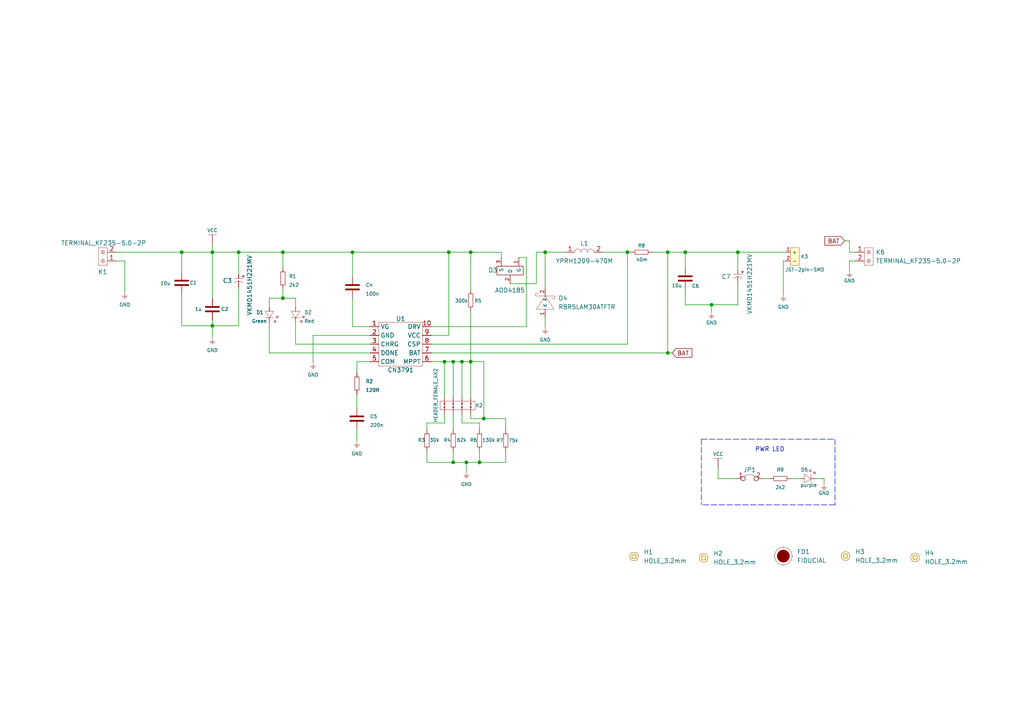
<source format=kicad_sch>
(kicad_sch (version 20211123) (generator eeschema)
  (paper "A4")
  (title_block (title "MPPT Li-Ion CN3791 charger board") (date "12.01.2022") (rev "V1.0.0.") (company "SOLDERED") (comment 1 "333136"))
  (lib_symbols
    (symbol "e-radionica.com schematics:0402LED" (pin_numbers hide) (pin_names (offset 0.254) hide)
      (property "Reference" "D" (at -0.635 2.54 0))
      (property "Value" "0402LED" (at 0 -2.54 0))
      (symbol "0402LED_0_1"
        (polyline (pts (xy -0.635 1.27) (xy 1.27 0)) (stroke (width 0.0006)))
        (polyline (pts (xy 0.635 1.905) (xy 1.27 2.54)) (stroke (width 0.0006)))
        (polyline (pts (xy 1.27 1.27) (xy 1.27 -1.27)) (stroke (width 0.0006)))
        (polyline (pts (xy 1.905 1.27) (xy 2.54 1.905)) (stroke (width 0.0006)))
        (polyline (pts (xy -0.635 1.27) (xy -0.635 -1.27) (xy 1.27 0)) (stroke (width 0.0006)))
        (polyline (pts (xy 1.27 2.54) (xy 0.635 2.54) (xy 1.27 1.905) (xy 1.27 2.54)) (stroke (width 0.0006)))
        (polyline (pts (xy 2.54 1.905) (xy 1.905 1.905) (xy 2.54 1.27) (xy 2.54 1.905)) (stroke (width 0.0006)))
      )
      (symbol "0402LED_1_1"
        (pin passive line (at -1.905 0 0) (length 1.27) (name "A") (number "1"))
        (pin passive line (at 2.54 0 180) (length 1.27) (name "K") (number "2"))
      )
    )
    (symbol "e-radionica.com schematics:0402R" (pin_numbers hide) (pin_names (offset 0.254))
      (property "Reference" "R" (at -1.905 1.27 0))
      (property "Value" "0402R" (at 0 -1.27 0))
      (symbol "0402R_0_1"
        (rectangle (start -1.905 -0.635) (end 1.905 -0.6604) (stroke (width 0.1)))
        (rectangle (start -1.905 0.635) (end -1.8796 -0.635) (stroke (width 0.1)))
        (rectangle (start -1.905 0.635) (end 1.905 0.6096) (stroke (width 0.1)))
        (rectangle (start 1.905 0.635) (end 1.9304 -0.635) (stroke (width 0.1)))
      )
      (symbol "0402R_1_1"
        (pin passive line (at -3.175 0 0) (length 1.27) (name "~") (number "1"))
        (pin passive line (at 3.175 0 180) (length 1.27) (name "~") (number "2"))
      )
    )
    (symbol "e-radionica.com schematics:0603C" (pin_numbers hide) (pin_names (offset 0.002))
      (property "Reference" "C" (at -0.635 3.175 0))
      (property "Value" "0603C" (at 0 -3.175 0))
      (symbol "0603C_0_1"
        (polyline (pts (xy -0.635 1.905) (xy -0.635 -1.905)) (stroke (width 0.5)))
        (polyline (pts (xy 0.635 1.905) (xy 0.635 -1.905)) (stroke (width 0.5)))
      )
      (symbol "0603C_1_1"
        (pin passive line (at -3.175 0 0) (length 2.54) (name "~") (number "1"))
        (pin passive line (at 3.175 0 180) (length 2.54) (name "~") (number "2"))
      )
    )
    (symbol "e-radionica.com schematics:0603R" (pin_numbers hide) (pin_names (offset 0.254))
      (property "Reference" "R" (at -1.905 1.905 0))
      (property "Value" "0603R" (at 0 -1.905 0))
      (symbol "0603R_0_1"
        (rectangle (start -1.905 -0.635) (end 1.905 -0.6604) (stroke (width 0.1)))
        (rectangle (start -1.905 0.635) (end -1.8796 -0.635) (stroke (width 0.1)))
        (rectangle (start -1.905 0.635) (end 1.905 0.6096) (stroke (width 0.1)))
        (rectangle (start 1.905 0.635) (end 1.9304 -0.635) (stroke (width 0.1)))
      )
      (symbol "0603R_1_1"
        (pin passive line (at -3.175 0 0) (length 1.27) (name "~") (number "1"))
        (pin passive line (at 3.175 0 180) (length 1.27) (name "~") (number "2"))
      )
    )
    (symbol "e-radionica.com schematics:1206C" (pin_numbers hide)
      (property "Reference" "C" (at -0.635 3.175 0))
      (property "Value" "1206C" (at 0 -3.175 0))
      (symbol "1206C_0_1"
        (polyline (pts (xy -0.635 1.905) (xy -0.635 -1.905)) (stroke (width 0.5)))
        (polyline (pts (xy 0.635 1.905) (xy 0.635 -1.905)) (stroke (width 0.5)))
      )
      (symbol "1206C_1_1"
        (pin passive line (at -3.175 0 0) (length 2.54) (name "~") (number "1"))
        (pin passive line (at 3.175 0 180) (length 2.54) (name "~") (number "2"))
      )
    )
    (symbol "e-radionica.com schematics:1210R" (pin_numbers hide) (pin_names (offset 0.254))
      (property "Reference" "R" (at 0 1.27 0))
      (property "Value" "1210R" (at 0 -1.905 0))
      (symbol "1210R_0_1"
        (rectangle (start -1.905 -0.635) (end 1.905 -0.6604) (stroke (width 0.1)))
        (rectangle (start -1.905 0.635) (end -1.8796 -0.635) (stroke (width 0.1)))
        (rectangle (start -1.905 0.635) (end 1.905 0.6096) (stroke (width 0.1)))
        (rectangle (start 1.905 0.635) (end 1.9304 -0.635) (stroke (width 0.1)))
      )
      (symbol "1210R_1_1"
        (pin passive line (at -3.175 0 0) (length 1.27) (name "~") (number "1"))
        (pin passive line (at 3.175 0 180) (length 1.27) (name "~") (number "2"))
      )
    )
    (symbol "e-radionica.com schematics:AOD4185"
      (property "Reference" "D" (at 0 5.08 0))
      (property "Value" "AOD4185" (at 0 -5.08 0))
      (symbol "AOD4185_0_1"
        (rectangle (start -1.27 3.81) (end 1.27 -3.81) (stroke (width 0.1524)))
      )
      (symbol "AOD4185_1_1"
        (pin passive line (at -3.81 2.54 0) (length 2.54) (name "G") (number "1"))
        (pin passive line (at 3.81 0 180) (length 2.54) (name "D") (number "2"))
        (pin passive line (at -3.81 -2.54 0) (length 2.54) (name "S") (number "3"))
      )
    )
    (symbol "e-radionica.com schematics:CN3791"
      (property "Reference" "U" (at 0 7.62 0))
      (property "Value" "CN3791" (at 0 -7.62 0))
      (symbol "CN3791_0_1"
        (rectangle (start -7.62 5.08) (end -7.62 5.08) (stroke (width 0.0006)))
        (rectangle (start -6.35 6.35) (end 6.35 -6.35) (stroke (width 0.0006)))
      )
      (symbol "CN3791_1_1"
        (pin input line (at -8.89 5.08 0) (length 2.54) (name "VG") (number "1"))
        (pin input line (at 8.89 5.08 180) (length 2.54) (name "DRV") (number "10"))
        (pin input line (at -8.89 2.54 0) (length 2.54) (name "GND") (number "2"))
        (pin input line (at -8.89 0 0) (length 2.54) (name "CHRG") (number "3"))
        (pin input line (at -8.89 -2.54 0) (length 2.54) (name "DONE") (number "4"))
        (pin input line (at -8.89 -5.08 0) (length 2.54) (name "COM") (number "5"))
        (pin input line (at 8.89 -5.08 180) (length 2.54) (name "MPPT") (number "6"))
        (pin input line (at 8.89 -2.54 180) (length 2.54) (name "BAT") (number "7"))
        (pin input line (at 8.89 0 180) (length 2.54) (name "CSP") (number "8"))
        (pin input line (at 8.89 2.54 180) (length 2.54) (name "VCC") (number "9"))
      )
    )
    (symbol "e-radionica.com schematics:ELECTROLITIC_CAP_8x8x14.5" (pin_numbers hide) (pin_names hide)
      (property "Reference" "C" (at -1.27 2.54 0))
      (property "Value" "ELECTROLITIC_CAP_8x8x14.5" (at 0 -2.54 0))
      (symbol "ELECTROLITIC_CAP_8x8x14.5_0_0"
        (text "+" (at -1.905 1.27 0) (effects (font (size 1 1))))
      )
      (symbol "ELECTROLITIC_CAP_8x8x14.5_0_1"
        (polyline (pts (xy -1.27 -1.27) (xy -1.27 1.27)) (stroke (width 0.0006)))
        (arc (start -0.0001 1.27) (mid -0.5261 0) (end -0.0001 -1.27) (stroke (width 0.0006)))
      )
      (symbol "ELECTROLITIC_CAP_8x8x14.5_1_1"
        (pin input line (at -2.54 0 0) (length 1.27) (name "+") (number "1"))
        (pin input line (at 1.27 0 180) (length 1.8) (name "-") (number "2"))
      )
    )
    (symbol "e-radionica.com schematics:FIDUCIAL" (in_bom no)
      (property "Reference" "FD" (at 0 3.81 0))
      (property "Value" "FIDUCIAL" (at 0 -3.81 0))
      (symbol "FIDUCIAL_0_1"
        (polyline (pts (xy -2.54 0) (xy -2.794 0)) (stroke (width 0.0006)))
        (polyline (pts (xy 0 -2.54) (xy 0 -2.794)) (stroke (width 0.0006)))
        (polyline (pts (xy 0 2.54) (xy 0 2.794)) (stroke (width 0.0006)))
        (polyline (pts (xy 2.54 0) (xy 2.794 0)) (stroke (width 0.0006)))
        (circle (center 0 0) (radius 1.7961) (stroke (width 0.001)) (fill (type outline)))
        (circle (center 0 0) (radius 2.54) (stroke (width 0.0006)))
      )
    )
    (symbol "e-radionica.com schematics:GND" (power) (pin_names (offset 0))
      (property "Value" "GND" (at 0 -2.921 0))
      (symbol "GND_0_1"
        (polyline (pts (xy -0.762 -1.27) (xy 0.762 -1.27)) (stroke (width 0.0006)))
        (polyline (pts (xy -0.635 -1.524) (xy 0.635 -1.524)) (stroke (width 0.0006)))
        (polyline (pts (xy -0.381 -1.778) (xy 0.381 -1.778)) (stroke (width 0.0006)))
        (polyline (pts (xy -0.127 -2.032) (xy 0.127 -2.032)) (stroke (width 0.0006)))
        (polyline (pts (xy 0 0) (xy 0 -1.27)) (stroke (width 0.0006)))
      )
      (symbol "GND_1_1"
        (pin power_in line (at 0 0 270) (length 0) hide (name "GND") (number "1"))
      )
    )
    (symbol "e-radionica.com schematics:GND_3" (power) (pin_names (offset 0))
      (property "Value" "GND" (at 0 -2.921 0))
      (symbol "GND_3_0_1"
        (polyline (pts (xy -0.762 -1.27) (xy 0.762 -1.27)) (stroke (width 0.0006)))
        (polyline (pts (xy -0.635 -1.524) (xy 0.635 -1.524)) (stroke (width 0.0006)))
        (polyline (pts (xy -0.381 -1.778) (xy 0.381 -1.778)) (stroke (width 0.0006)))
        (polyline (pts (xy -0.127 -2.032) (xy 0.127 -2.032)) (stroke (width 0.0006)))
        (polyline (pts (xy 0 0) (xy 0 -1.27)) (stroke (width 0.0006)))
      )
      (symbol "GND_3_1_1"
        (pin power_in line (at 0 0 270) (length 0) hide (name "GND") (number "1"))
      )
    )
    (symbol "e-radionica.com schematics:HEADER_FEMALE_4X2" (pin_numbers hide) (pin_names hide)
      (property "Reference" "K" (at -0.635 7.62 0))
      (property "Value" "HEADER_FEMALE_4X2" (at 0 -5.08 0))
      (symbol "HEADER_FEMALE_4X2_0_1"
        (rectangle (start -1.27 6.35) (end 1.27 -3.81) (stroke (width 0.0006)))
        (polyline (pts (xy -1.27 -2.54) (xy -0.635 -2.54)) (stroke (width 0.0006)))
        (polyline (pts (xy -1.27 0) (xy -0.635 0)) (stroke (width 0.0006)))
        (polyline (pts (xy -1.27 2.54) (xy -0.635 2.54)) (stroke (width 0.0006)))
        (polyline (pts (xy -1.27 5.08) (xy -0.635 5.08)) (stroke (width 0.0006)))
        (polyline (pts (xy -0.762 -2.54) (xy -0.254 -2.54)) (stroke (width 0.3)))
        (polyline (pts (xy -0.762 0) (xy -0.254 0)) (stroke (width 0.3)))
        (polyline (pts (xy -0.762 2.54) (xy -0.254 2.54)) (stroke (width 0.3)))
        (polyline (pts (xy -0.762 5.08) (xy -0.254 5.08)) (stroke (width 0.3)))
        (polyline (pts (xy 0.254 -2.54) (xy 0.762 -2.54)) (stroke (width 0.3)))
        (polyline (pts (xy 0.254 0) (xy 0.762 0)) (stroke (width 0.3)))
        (polyline (pts (xy 0.254 2.54) (xy 0.762 2.54)) (stroke (width 0.3)))
        (polyline (pts (xy 0.254 5.08) (xy 0.762 5.08)) (stroke (width 0.3)))
        (polyline (pts (xy 1.27 -2.54) (xy 0.635 -2.54)) (stroke (width 0.0006)))
        (polyline (pts (xy 1.27 0) (xy 0.635 0)) (stroke (width 0.0006)))
        (polyline (pts (xy 1.27 2.54) (xy 0.635 2.54)) (stroke (width 0.0006)))
        (polyline (pts (xy 1.27 5.08) (xy 0.635 5.08)) (stroke (width 0.0006)))
      )
      (symbol "HEADER_FEMALE_4X2_1_1"
        (pin passive line (at -2.54 5.08 0) (length 1.27) (name "~") (number "1"))
        (pin passive line (at -2.54 2.54 0) (length 1.27) (name "~") (number "2"))
        (pin passive line (at -2.54 0 0) (length 1.27) (name "~") (number "3"))
        (pin passive line (at -2.54 -2.54 0) (length 1.27) (name "~") (number "4"))
        (pin passive line (at 2.54 -2.54 180) (length 1.27) (name "~") (number "5"))
        (pin passive line (at 2.54 0 180) (length 1.27) (name "~") (number "6"))
        (pin passive line (at 2.54 2.54 180) (length 1.27) (name "~") (number "7"))
        (pin passive line (at 2.54 5.08 180) (length 1.27) (name "~") (number "8"))
      )
    )
    (symbol "e-radionica.com schematics:HOLE_3.2mm" (pin_numbers hide) (pin_names hide)
      (property "Reference" "H" (at 0 2.54 0))
      (property "Value" "HOLE_3.2mm" (at 0 -2.54 0))
      (symbol "HOLE_3.2mm_0_1"
        (circle (center 0 0) (radius 0.635) (stroke (width 0.0006)))
        (circle (center 0 0) (radius 1.27) (stroke (width 0.001)) (fill (type background)))
      )
    )
    (symbol "e-radionica.com schematics:JST-2pin-SMD"
      (property "Reference" "K" (at -1.27 5.08 0))
      (property "Value" "JST-2pin-SMD" (at 0 -2.54 0))
      (symbol "JST-2pin-SMD_0_1"
        (rectangle (start -2.54 3.81) (end 0 -1.27) (stroke (width 0.001)) (fill (type background)))
      )
      (symbol "JST-2pin-SMD_1_1"
        (pin passive line (at 1.27 0 180) (length 1.27) (name "+") (number "1"))
        (pin passive line (at 1.27 2.54 180) (length 1.27) (name "-") (number "2"))
      )
    )
    (symbol "e-radionica.com schematics:RBR5LAM30ATFTR"
      (property "Reference" "D" (at 0 -3.81 0))
      (property "Value" "RBR5LAM30ATFTR" (at 0 -3.81 0))
      (symbol "RBR5LAM30ATFTR_0_1"
        (polyline (pts (xy -1.27 2.54) (xy -1.27 -2.54) (xy 2.54 0) (xy -1.27 2.54)) (stroke (width 0.0006)))
        (polyline (pts (xy 2.54 2.794) (xy 2.54 -2.794) (xy 1.778 -2.794) (xy 1.778 -2.032)) (stroke (width 0.0006)))
        (polyline (pts (xy 2.54 2.794) (xy 3.302 2.794) (xy 3.302 2.032) (xy 3.302 2.54)) (stroke (width 0.0006)))
      )
      (symbol "RBR5LAM30ATFTR_1_1"
        (pin passive line (at -3.81 0 0) (length 2.54) (name "K") (number "1"))
        (pin passive line (at 5.08 0 180) (length 2.54) (name "A") (number "2"))
      )
    )
    (symbol "e-radionica.com schematics:SMD-JUMPER-CONNECTED_TRACE_SLODERMASK"
      (property "Reference" "JP" (at 0 3.556 0))
      (property "Value" "SMD-JUMPER-CONNECTED_TRACE_SLODERMASK" (at 0 -2.54 0))
      (symbol "SMD-JUMPER-CONNECTED_TRACE_SLODERMASK_0_1"
        (arc (start 1.5845 0.5996) (mid -0.0202 1.1519) (end -1.6159 0.5742) (stroke (width 0.0006)))
      )
      (symbol "SMD-JUMPER-CONNECTED_TRACE_SLODERMASK_1_1"
        (pin passive inverted (at -3.81 0 0) (length 2.54) (name "") (number "1"))
        (pin passive inverted (at 3.81 0 180) (length 2.54) (name "") (number "2"))
      )
    )
    (symbol "e-radionica.com schematics:TERMINAL_KF235-5.0-2P"
      (property "Reference" "K" (at 0 3.81 0))
      (property "Value" "TERMINAL_KF235-5.0-2P" (at 0 -3.81 0))
      (symbol "TERMINAL_KF235-5.0-2P_0_1"
        (rectangle (start -1.27 2.54) (end 1.27 -2.54) (stroke (width 0.0006)))
        (circle (center 0 -1.27) (radius 0.508) (stroke (width 0.0006)))
        (polyline (pts (xy -0.254 -1.27) (xy 0.254 -1.27)) (stroke (width 0.0006)))
        (polyline (pts (xy -0.254 1.27) (xy 0.254 1.27)) (stroke (width 0.0006)))
        (polyline (pts (xy 0 -0.762) (xy 0 -1.778)) (stroke (width 0.0006)))
        (polyline (pts (xy 0 1.778) (xy 0 0.762)) (stroke (width 0.0006)))
        (circle (center 0 1.27) (radius 0.508) (stroke (width 0.0006)))
      )
      (symbol "TERMINAL_KF235-5.0-2P_1_1"
        (pin input line (at -3.81 1.27 0) (length 2.54) (name "~") (number "1"))
        (pin input line (at -3.81 -1.27 0) (length 2.54) (name "~") (number "2"))
      )
    )
    (symbol "e-radionica.com schematics:VCC" (power) (pin_names (offset 0))
      (property "Value" "VCC" (at 0 3.556 0))
      (symbol "VCC_0_1"
        (polyline (pts (xy -1.27 2.54) (xy 1.27 2.54)) (stroke (width 0.0006)))
        (polyline (pts (xy 0 0) (xy 0 2.54)))
      )
      (symbol "VCC_1_1"
        (pin power_in line (at 0 0 90) (length 0) hide (name "VCC") (number "1"))
      )
    )
    (symbol "e-radionica.com schematics:YPRH1209-470M"
      (property "Reference" "L" (at 0 2.159 0))
      (property "Value" "YPRH1209-470M" (at 0 -1.778 0))
      (symbol "YPRH1209-470M_0_1"
        (arc (start -1.016 0) (mid -1.9685 0.9388) (end -2.921 0) (stroke (width 0.0006)))
        (arc (start 0.889 0) (mid -0.0635 0.9388) (end -1.016 0) (stroke (width 0.0006)))
        (arc (start 2.794 0) (mid 1.8415 0.9388) (end 0.889 0) (stroke (width 0.0006)))
      )
      (symbol "YPRH1209-470M_1_1"
        (pin passive line (at -5.461 0 0) (length 2.54) (name "") (number "1"))
        (pin passive line (at 5.334 0 180) (length 2.54) (name "") (number "2"))
      )
    )
  )
  (junction (at 102.235 73.152) (diameter 0.9144))
  (junction (at 139.065 134.112) (diameter 0.9144))
  (junction (at 198.755 73.152) (diameter 0.9144))
  (junction (at 131.445 134.112) (diameter 0.9144))
  (junction (at 133.985 104.902) (diameter 0.9144))
  (junction (at 128.905 104.902) (diameter 0.9144))
  (junction (at 135.255 134.112) (diameter 0.9144))
  (junction (at 213.995 73.152) (diameter 0.9144))
  (junction (at 61.595 94.488) (diameter 0.9144))
  (junction (at 136.525 104.902) (diameter 0.9144))
  (junction (at 181.991 73.152) (diameter 0.9144))
  (junction (at 69.215 73.152) (diameter 0.9144))
  (junction (at 158.115 73.152) (diameter 0.9144))
  (junction (at 136.525 73.152) (diameter 0.9144))
  (junction (at 206.375 88.392) (diameter 0.9144))
  (junction (at 82.042 73.152) (diameter 0.9144))
  (junction (at 140.335 121.412) (diameter 0.9144))
  (junction (at 193.675 102.362) (diameter 0.9144))
  (junction (at 130.175 73.152) (diameter 0.9144))
  (junction (at 52.705 73.152) (diameter 0.9144))
  (junction (at 193.675 73.152) (diameter 0.9144))
  (junction (at 61.595 73.152) (diameter 0.9144))
  (junction (at 82.042 86.487) (diameter 0.9144))
  (junction (at 131.445 104.902) (diameter 0.9144))
  (wire (pts (xy 82.042 73.152) (xy 82.042 77.597)))
  (wire (pts (xy 103.505 104.902) (xy 107.315 104.902)))
  (wire (pts (xy 103.505 108.077) (xy 103.505 104.902)))
  (wire (pts (xy 61.595 73.152) (xy 52.705 73.152)))
  (wire (pts (xy 61.595 86.487) (xy 61.595 73.152)))
  (wire (pts (xy 131.445 104.902) (xy 131.445 115.062)))
  (wire (pts (xy 78.105 102.362) (xy 78.105 93.472)))
  (wire (pts (xy 107.315 102.362) (xy 78.105 102.362)))
  (wire (pts (xy 193.675 73.152) (xy 189.23 73.152)))
  (wire (pts (xy 198.755 73.152) (xy 193.675 73.152)))
  (wire (pts (xy 198.755 77.597) (xy 198.755 73.152)))
  (wire (pts (xy 128.905 104.902) (xy 128.905 115.062)))
  (wire (pts (xy 69.215 83.312) (xy 69.215 94.488)))
  (wire (pts (xy 131.445 120.142) (xy 131.445 124.587)))
  (wire (pts (xy 146.685 130.937) (xy 146.685 134.112)))
  (wire (pts (xy 146.685 134.112) (xy 139.065 134.112)))
  (wire (pts (xy 125.095 99.822) (xy 181.991 99.822)))
  (wire (pts (xy 181.991 99.822) (xy 181.991 73.152)))
  (wire (pts (xy 125.095 102.362) (xy 193.675 102.362)))
  (wire (pts (xy 193.675 73.152) (xy 193.675 102.362)))
  (wire (pts (xy 136.525 73.152) (xy 130.175 73.152)))
  (wire (pts (xy 136.525 83.947) (xy 136.525 73.152)))
  (wire (pts (xy 239.014 138.811) (xy 236.474 138.811)))
  (wire (pts (xy 244.983 69.85) (xy 246.38 69.85)))
  (wire (pts (xy 133.985 122.682) (xy 133.985 120.142)))
  (wire (pts (xy 139.065 122.682) (xy 133.985 122.682)))
  (wire (pts (xy 139.065 124.587) (xy 139.065 122.682)))
  (wire (pts (xy 246.38 69.85) (xy 246.38 73.152)))
  (wire (pts (xy 85.725 99.822) (xy 85.725 93.472)))
  (wire (pts (xy 107.315 99.822) (xy 85.725 99.822)))
  (polyline (pts (xy 203.454 127.381) (xy 242.189 127.381)) (stroke (width 0) (type dash)))
  (wire (pts (xy 136.525 104.902) (xy 136.525 115.062)))
  (wire (pts (xy 174.879 73.152) (xy 181.991 73.152)))
  (wire (pts (xy 181.991 73.152) (xy 182.88 73.152)))
  (wire (pts (xy 102.235 80.137) (xy 102.235 73.152)))
  (wire (pts (xy 123.825 122.682) (xy 123.825 124.587)))
  (wire (pts (xy 128.905 120.142) (xy 128.905 122.682)))
  (wire (pts (xy 128.905 122.682) (xy 123.825 122.682)))
  (wire (pts (xy 246.38 75.692) (xy 248.158 75.692)))
  (wire (pts (xy 246.38 78.359) (xy 246.38 75.692)))
  (wire (pts (xy 125.095 104.902) (xy 128.905 104.902)))
  (wire (pts (xy 128.905 104.902) (xy 131.445 104.902)))
  (wire (pts (xy 131.445 104.902) (xy 133.985 104.902)))
  (wire (pts (xy 133.985 104.902) (xy 136.525 104.902)))
  (wire (pts (xy 136.525 104.902) (xy 140.335 104.902)))
  (wire (pts (xy 136.525 121.412) (xy 136.525 120.142)))
  (wire (pts (xy 140.335 104.902) (xy 140.335 121.412)))
  (wire (pts (xy 140.335 121.412) (xy 136.525 121.412)))
  (wire (pts (xy 135.255 134.112) (xy 135.255 136.652)))
  (wire (pts (xy 147.955 82.296) (xy 155.575 82.296)))
  (wire (pts (xy 246.38 73.152) (xy 248.158 73.152)))
  (wire (pts (xy 103.505 114.427) (xy 103.505 118.237)))
  (wire (pts (xy 90.805 97.282) (xy 90.805 104.902)))
  (wire (pts (xy 107.315 97.282) (xy 90.805 97.282)))
  (wire (pts (xy 208.28 138.811) (xy 208.28 135.509)))
  (wire (pts (xy 208.28 138.811) (xy 213.614 138.811)))
  (wire (pts (xy 158.115 92.202) (xy 158.115 94.742)))
  (wire (pts (xy 158.115 73.152) (xy 164.084 73.152)))
  (wire (pts (xy 158.115 83.312) (xy 158.115 73.152)))
  (wire (pts (xy 227.203 75.692) (xy 227.203 85.217)))
  (wire (pts (xy 227.203 75.692) (xy 227.965 75.692)))
  (wire (pts (xy 52.705 94.488) (xy 61.595 94.488)))
  (wire (pts (xy 139.065 130.937) (xy 139.065 134.112)))
  (wire (pts (xy 103.505 124.587) (xy 103.505 127.762)))
  (wire (pts (xy 78.105 86.487) (xy 82.042 86.487)))
  (wire (pts (xy 78.105 89.027) (xy 78.105 86.487)))
  (wire (pts (xy 82.042 86.487) (xy 85.725 86.487)))
  (wire (pts (xy 102.235 94.742) (xy 102.235 86.487)))
  (wire (pts (xy 107.315 94.742) (xy 102.235 94.742)))
  (wire (pts (xy 213.995 73.152) (xy 198.755 73.152)))
  (wire (pts (xy 213.995 78.232) (xy 213.995 73.152)))
  (wire (pts (xy 52.705 73.152) (xy 33.655 73.152)))
  (wire (pts (xy 52.705 78.867) (xy 52.705 73.152)))
  (wire (pts (xy 229.489 138.811) (xy 232.029 138.811)))
  (wire (pts (xy 69.215 94.488) (xy 61.595 94.488)))
  (wire (pts (xy 69.215 73.152) (xy 61.595 73.152)))
  (wire (pts (xy 69.215 79.502) (xy 69.215 73.152)))
  (wire (pts (xy 198.755 83.947) (xy 198.755 88.392)))
  (wire (pts (xy 131.445 130.937) (xy 131.445 134.112)))
  (wire (pts (xy 155.575 73.152) (xy 158.115 73.152)))
  (wire (pts (xy 155.575 82.296) (xy 155.575 73.152)))
  (wire (pts (xy 145.415 73.152) (xy 136.525 73.152)))
  (wire (pts (xy 193.675 102.362) (xy 194.945 102.362)))
  (polyline (pts (xy 242.189 146.431) (xy 203.454 146.431)) (stroke (width 0) (type dash)))
  (polyline (pts (xy 203.454 127.381) (xy 203.454 146.431)) (stroke (width 0) (type dash)))
  (wire (pts (xy 133.985 104.902) (xy 133.985 115.062)))
  (wire (pts (xy 82.042 83.947) (xy 82.042 86.487)))
  (wire (pts (xy 33.655 75.692) (xy 36.195 75.692)))
  (wire (pts (xy 36.195 75.692) (xy 36.195 84.582)))
  (wire (pts (xy 125.095 94.742) (xy 152.654 94.742)))
  (wire (pts (xy 198.755 88.392) (xy 206.375 88.392)))
  (wire (pts (xy 206.375 88.392) (xy 213.995 88.392)))
  (wire (pts (xy 213.995 88.392) (xy 213.995 82.042)))
  (wire (pts (xy 206.375 88.392) (xy 206.375 90.297)))
  (polyline (pts (xy 242.189 127.381) (xy 242.189 146.431)) (stroke (width 0) (type dash)))
  (wire (pts (xy 69.215 73.152) (xy 82.042 73.152)))
  (wire (pts (xy 82.042 73.152) (xy 102.235 73.152)))
  (wire (pts (xy 52.705 85.217) (xy 52.705 94.488)))
  (wire (pts (xy 61.595 92.837) (xy 61.595 94.488)))
  (wire (pts (xy 61.595 94.488) (xy 61.595 97.79)))
  (wire (pts (xy 125.095 97.282) (xy 130.175 97.282)))
  (wire (pts (xy 130.175 73.152) (xy 102.235 73.152)))
  (wire (pts (xy 130.175 97.282) (xy 130.175 73.152)))
  (wire (pts (xy 145.415 73.152) (xy 145.415 74.676)))
  (wire (pts (xy 123.825 130.937) (xy 123.825 134.112)))
  (wire (pts (xy 123.825 134.112) (xy 131.445 134.112)))
  (wire (pts (xy 131.445 134.112) (xy 135.255 134.112)))
  (wire (pts (xy 135.255 134.112) (xy 139.065 134.112)))
  (wire (pts (xy 61.595 70.612) (xy 61.595 73.152)))
  (wire (pts (xy 213.995 73.152) (xy 227.965 73.152)))
  (wire (pts (xy 136.525 90.297) (xy 136.525 104.902)))
  (wire (pts (xy 239.014 138.811) (xy 239.014 140.081)))
  (wire (pts (xy 221.234 138.811) (xy 223.139 138.811)))
  (wire (pts (xy 150.495 74.676) (xy 152.654 74.676)))
  (wire (pts (xy 152.654 74.676) (xy 152.654 94.742)))
  (wire (pts (xy 85.725 89.027) (xy 85.725 86.487)))
  (wire (pts (xy 146.685 121.412) (xy 140.335 121.412)))
  (wire (pts (xy 146.685 124.587) (xy 146.685 121.412)))
  (text "PWR LED" (at 227.584 131.191 180) (effects (font (size 1.27 1.27)) (justify right bottom)))
  (global_label "BAT" (shape input) (at 244.983 69.85 180) (property "Intersheet References" "${INTERSHEET_REFS}" (effects hide)))
  (global_label "BAT" (shape input) (at 194.945 102.362 0) (property "Intersheet References" "${INTERSHEET_REFS}" (effects hide)))
  (symbol (lib_id "e-radionica.com schematics:HOLE_3.2mm") (at 183.896 161.417 0) (unit 1)
    (property "Reference" "H1" (at 186.69 160.1469 0) (effects (justify left)))
    (property "Value" "HOLE_3.2mm" (at 186.69 162.6869 0) (effects (justify left)))
    (property "Footprint" "e-radionica.com footprinti:HOLE_3.2mm" (effects hide))
  )
  (symbol (lib_id "e-radionica.com schematics:0603R") (at 136.525 87.122 90) (unit 1)
    (property "Reference" "R5" (at 137.541 87.249 90) (effects (font (size 1 1)) (justify right)))
    (property "Value" "300k" (at 131.953 87.249 90) (effects (font (size 1 1)) (justify right)))
    (property "Footprint" "e-radionica.com footprinti:0603R" (effects hide))
  )
  (symbol (lib_id "e-radionica.com schematics:0402LED") (at 85.725 90.932 270) (unit 1)
    (property "Reference" "D2" (at 88.265 90.6145 90) (effects (font (size 1 1)) (justify left)))
    (property "Value" "Red" (at 88.265 93.1545 90) (effects (font (size 1 1)) (justify left)))
    (property "Footprint" "e-radionica.com footprinti:0402LED" (effects hide))
    (property "Package" "0402" (effects hide))
  )
  (symbol (lib_id "e-radionica.com schematics:AOD4185") (at 147.955 78.486 270) (unit 1)
    (property "Reference" "D3" (at 141.605 78.3589 90) (effects (justify left)))
    (property "Value" "AOD4185" (at 143.51 84.2009 90) (effects (justify left)))
    (property "Footprint" "e-radionica.com footprinti:DPAK" (effects hide))
  )
  (symbol (lib_id "e-radionica.com schematics:GND") (at 103.505 127.762 0) (unit 1)
    (property "Reference" "#PWR05" (effects hide))
    (property "Value" "GND" (at 103.505 131.572 0) (effects (font (size 1 1))))
  )
  (symbol (lib_id "e-radionica.com schematics:HEADER_FEMALE_4X2") (at 133.985 117.602 90) (unit 1)
    (property "Reference" "K2" (at 137.922 117.602 90) (effects (font (size 1 1)) (justify right)))
    (property "Value" "HEADER_FEMALE_4X2" (at 126.365 106.807 0) (effects (font (size 1 1)) (justify right)))
    (property "Footprint" "e-radionica.com footprinti:HEADER_FEMALE_4X2" (effects hide))
  )
  (symbol (lib_id "e-radionica.com schematics:GND") (at 206.375 90.297 0) (unit 1)
    (property "Reference" "#PWR08" (effects hide))
    (property "Value" "GND" (at 206.375 93.599 0) (effects (font (size 1 1))))
  )
  (symbol (lib_id "e-radionica.com schematics:GND") (at 135.255 136.652 0) (unit 1)
    (property "Reference" "#PWR06" (effects hide))
    (property "Value" "GND" (at 135.255 140.462 0) (effects (font (size 1 1))))
  )
  (symbol (lib_id "e-radionica.com schematics:0402R") (at 82.042 80.772 90) (unit 1)
    (property "Reference" "R1" (at 83.82 80.137 90) (effects (font (size 1 1)) (justify right)))
    (property "Value" "2k2" (at 83.82 82.677 90) (effects (font (size 1 1)) (justify right)))
    (property "Footprint" "e-radionica.com footprinti:0402R" (effects hide))
  )
  (symbol (lib_id "e-radionica.com schematics:RBR5LAM30ATFTR") (at 158.115 88.392 90) (unit 1)
    (property "Reference" "D4" (at 161.925 86.4869 90) (effects (justify right)))
    (property "Value" "RBR5LAM30ATFTR" (at 161.925 89.0269 90) (effects (justify right)))
    (property "Footprint" "e-radionica.com footprinti:RBR5LAM30ATFTR" (effects hide))
  )
  (symbol (lib_id "e-radionica.com schematics:HOLE_3.2mm") (at 245.237 161.29 0) (unit 1)
    (property "Reference" "H3" (at 248.031 160.0199 0) (effects (justify left)))
    (property "Value" "HOLE_3.2mm" (at 248.031 162.5599 0) (effects (justify left)))
    (property "Footprint" "e-radionica.com footprinti:HOLE_3.2mm" (effects hide))
  )
  (symbol (lib_id "e-radionica.com schematics:1206C") (at 52.705 82.042 90) (unit 1)
    (property "Reference" "C1" (at 54.991 82.042 90) (effects (font (size 1 1)) (justify right)))
    (property "Value" "10u" (at 46.482 82.169 90) (effects (font (size 1 1)) (justify right)))
    (property "Footprint" "e-radionica.com footprinti:1206C" (effects hide))
  )
  (symbol (lib_id "e-radionica.com schematics:VCC") (at 208.28 135.509 0) (unit 1)
    (property "Reference" "#PWR09" (effects hide))
    (property "Value" "VCC" (at 208.28 131.699 0) (effects (font (size 1 1))))
  )
  (symbol (lib_id "e-radionica.com schematics:0603C") (at 103.505 121.412 90) (unit 1)
    (property "Reference" "C5" (at 107.315 120.777 90) (effects (font (size 1 1)) (justify right)))
    (property "Value" "220n" (at 107.315 123.317 90) (effects (font (size 1 1)) (justify right)))
    (property "Footprint" "e-radionica.com footprinti:0603C" (effects hide))
  )
  (symbol (lib_id "e-radionica.com schematics:ELECTROLITIC_CAP_8x8x14.5") (at 213.995 80.772 270) (unit 1)
    (property "Reference" "C7" (at 211.963 80.2641 90) (effects (justify right)))
    (property "Value" "VKMD1451H221MV" (at 217.424 91.1861 0) (effects (justify right)))
    (property "Footprint" "e-radionica.com footprinti:ELECTROLITIC_CAP_8x8x14.5" (effects hide))
  )
  (symbol (lib_id "e-radionica.com schematics:JST-2pin-SMD") (at 229.235 73.152 180) (unit 1)
    (property "Reference" "K3" (at 232.283 74.422 0) (effects (font (size 1 1)) (justify right)))
    (property "Value" "JST-2pin-SMD" (at 227.711 78.232 0) (effects (font (size 1 1)) (justify right)))
    (property "Footprint" "e-radionica.com footprinti:JST-2pin-SMD" (effects hide))
  )
  (symbol (lib_id "e-radionica.com schematics:0603R") (at 123.825 127.762 90) (unit 1)
    (property "Reference" "R3" (at 121.158 127.635 90) (effects (font (size 1 1)) (justify right)))
    (property "Value" "30k" (at 124.587 127.635 90) (effects (font (size 1 1)) (justify right)))
    (property "Footprint" "e-radionica.com footprinti:0603R" (effects hide))
  )
  (symbol (lib_id "e-radionica.com schematics:FIDUCIAL") (at 227.203 161.29 0) (unit 1) (in_bom no)
    (property "Reference" "FD1" (at 231.14 160.0199 0) (effects (justify left)))
    (property "Value" "FIDUCIAL" (at 231.14 162.5599 0) (effects (justify left)))
    (property "Footprint" "e-radionica.com footprinti:FIDUCIAL_23" (effects hide))
  )
  (symbol (lib_id "e-radionica.com schematics:HOLE_3.2mm") (at 204.089 161.798 0) (unit 1)
    (property "Reference" "H2" (at 206.883 160.5279 0) (effects (justify left)))
    (property "Value" "HOLE_3.2mm" (at 206.883 163.0679 0) (effects (justify left)))
    (property "Footprint" "e-radionica.com footprinti:HOLE_3.2mm" (effects hide))
  )
  (symbol (lib_id "e-radionica.com schematics:VCC") (at 61.595 70.612 0) (unit 1)
    (property "Reference" "#PWR02" (effects hide))
    (property "Value" "VCC" (at 61.595 66.802 0) (effects (font (size 1 1))))
  )
  (symbol (lib_id "e-radionica.com schematics:0603R") (at 103.505 111.252 90) (unit 1)
    (property "Reference" "R2" (at 106.045 110.617 90) (effects (font (size 1 1)) (justify right)))
    (property "Value" "120R" (at 106.045 113.157 90) (effects (font (size 1 1)) (justify right)))
    (property "Footprint" "e-radionica.com footprinti:0603R" (effects hide))
  )
  (symbol (lib_id "e-radionica.com schematics:0402R") (at 226.314 138.811 0) (unit 1)
    (property "Reference" "R9" (at 226.314 136.271 0) (effects (font (size 1 1))))
    (property "Value" "2k2" (at 226.314 141.351 0) (effects (font (size 1 1))))
    (property "Footprint" "e-radionica.com footprinti:0402R" (effects hide))
  )
  (symbol (lib_id "e-radionica.com schematics:GND") (at 158.115 94.742 0) (unit 1)
    (property "Reference" "#PWR07" (effects hide))
    (property "Value" "GND" (at 158.115 98.552 0) (effects (font (size 1 1))))
  )
  (symbol (lib_id "e-radionica.com schematics:ELECTROLITIC_CAP_8x8x14.5") (at 69.215 82.042 270) (unit 1)
    (property "Reference" "C3" (at 67.31 81.4071 90) (effects (justify right)))
    (property "Value" "VKMD1451H221MV" (at 72.39 91.5671 0) (effects (justify right)))
    (property "Footprint" "e-radionica.com footprinti:ELECTROLITIC_CAP_8x8x14.5" (effects hide))
  )
  (symbol (lib_id "e-radionica.com schematics:CN3791") (at 116.205 99.822 0) (unit 1)
    (property "Reference" "U1" (at 116.205 92.456 0))
    (property "Value" "CN3791" (at 116.205 107.315 0))
    (property "Footprint" "e-radionica.com footprinti:CN3791" (effects hide))
  )
  (symbol (lib_id "e-radionica.com schematics:TERMINAL_KF235-5.0-2P") (at 251.968 74.422 0) (unit 1)
    (property "Reference" "K6" (at 254 73.1519 0) (effects (justify left)))
    (property "Value" "TERMINAL_KF235-5.0-2P" (at 254 75.6919 0) (effects (justify left)))
    (property "Footprint" "e-radionica.com footprinti:TERMINAL_KF235-5.0-2P" (effects hide))
  )
  (symbol (lib_id "e-radionica.com schematics:GND") (at 36.195 84.582 0) (unit 1)
    (property "Reference" "#PWR01" (effects hide))
    (property "Value" "GND" (at 36.195 88.392 0) (effects (font (size 1 1))))
  )
  (symbol (lib_id "e-radionica.com schematics:0402LED") (at 78.105 90.932 270) (unit 1)
    (property "Reference" "D1" (at 74.295 90.6145 90) (effects (font (size 1 1)) (justify left)))
    (property "Value" "Green" (at 73.025 93.1545 90) (effects (font (size 1 1)) (justify left)))
    (property "Footprint" "e-radionica.com footprinti:0402LED" (effects hide))
    (property "Package" "0402" (effects hide))
  )
  (symbol (lib_id "e-radionica.com schematics:TERMINAL_KF235-5.0-2P") (at 29.845 74.422 180) (unit 1)
    (property "Reference" "K1" (at 29.7813 78.867 0))
    (property "Value" "TERMINAL_KF235-5.0-2P" (at 30.0353 70.485 0))
    (property "Footprint" "e-radionica.com footprinti:TERMINAL_KF235-5.0-2P" (effects hide))
  )
  (symbol (lib_id "e-radionica.com schematics:1210R") (at 186.055 73.152 0) (unit 1)
    (property "Reference" "R8" (at 186.055 71.247 0) (effects (font (size 1 1))))
    (property "Value" "40m" (at 186.182 75.311 0) (effects (font (size 1 1))))
    (property "Footprint" "e-radionica.com footprinti:1210R" (effects hide))
  )
  (symbol (lib_id "e-radionica.com schematics:GND") (at 246.38 78.359 0) (unit 1)
    (property "Reference" "#PWR013" (effects hide))
    (property "Value" "GND" (at 246.38 81.407 0) (effects (font (size 1 1))))
  )
  (symbol (lib_id "e-radionica.com schematics:0603R") (at 146.685 127.762 90) (unit 1)
    (property "Reference" "R7" (at 143.891 127.762 90) (effects (font (size 1 1)) (justify right)))
    (property "Value" "75k" (at 147.447 127.762 90) (effects (font (size 1 1)) (justify right)))
    (property "Footprint" "e-radionica.com footprinti:0603R" (effects hide))
  )
  (symbol (lib_id "e-radionica.com schematics:GND") (at 227.203 85.217 0) (unit 1)
    (property "Reference" "#PWR010" (effects hide))
    (property "Value" "GND" (at 227.203 89.027 0) (effects (font (size 1 1))))
  )
  (symbol (lib_id "e-radionica.com schematics:0402LED") (at 233.934 138.811 0) (unit 1)
    (property "Reference" "D5" (at 233.299 136.271 0) (effects (font (size 1 1))))
    (property "Value" "purple" (at 234.569 140.716 0) (effects (font (size 1 1))))
    (property "Footprint" "e-radionica.com footprinti:0402LED" (effects hide))
  )
  (symbol (lib_id "e-radionica.com schematics:HOLE_3.2mm") (at 265.43 161.671 0) (unit 1)
    (property "Reference" "H4" (at 268.224 160.4009 0) (effects (justify left)))
    (property "Value" "HOLE_3.2mm" (at 268.224 162.9409 0) (effects (justify left)))
    (property "Footprint" "e-radionica.com footprinti:HOLE_3.2mm" (effects hide))
  )
  (symbol (lib_id "e-radionica.com schematics:SMD-JUMPER-CONNECTED_TRACE_SLODERMASK") (at 217.424 138.811 0) (unit 1)
    (property "Reference" "JP1" (at 217.424 136.271 0))
    (property "Value" "SMD-JUMPER-CONNECTED_TRACE_SLODERMASK" (effects hide))
    (property "Footprint" "e-radionica.com footprinti:SMD-JUMPER-CONNECTED_TRACE_SLODERMASK" (effects hide))
  )
  (symbol (lib_id "e-radionica.com schematics:GND") (at 61.595 97.79 0) (unit 1)
    (property "Reference" "#PWR03" (effects hide))
    (property "Value" "GND" (at 61.595 101.6 0) (effects (font (size 1 1))))
  )
  (symbol (lib_id "e-radionica.com schematics:YPRH1209-470M") (at 169.545 73.152 0) (unit 1)
    (property "Reference" "L1" (at 169.4815 70.612 0))
    (property "Value" "YPRH1209-470M" (at 169.4815 75.692 0))
    (property "Footprint" "e-radionica.com footprinti:YPRH1209-470M" (effects hide))
  )
  (symbol (lib_id "e-radionica.com schematics:0603C") (at 61.595 89.662 90) (unit 1)
    (property "Reference" "C2" (at 64.135 89.662 90) (effects (font (size 1 1)) (justify right)))
    (property "Value" "1u" (at 56.515 89.662 90) (effects (font (size 1 1)) (justify right)))
    (property "Footprint" "e-radionica.com footprinti:0603C" (effects hide))
  )
  (symbol (lib_name "e-radionica.com schematics:GND_3") (lib_id "e-radionica.com schematics:GND") (at 239.014 140.081 0) (unit 1)
    (property "Reference" "#PWR011" (effects hide))
    (property "Value" "GND" (at 239.014 143.002 0) (effects (font (size 1 1))))
  )
  (symbol (lib_id "e-radionica.com schematics:0603R") (at 131.445 127.762 90) (unit 1)
    (property "Reference" "R4" (at 128.651 127.635 90) (effects (font (size 1 1)) (justify right)))
    (property "Value" "62k" (at 132.461 127.635 90) (effects (font (size 1 1)) (justify right)))
    (property "Footprint" "e-radionica.com footprinti:0603R" (effects hide))
  )
  (symbol (lib_id "e-radionica.com schematics:0603C") (at 102.235 83.312 90) (unit 1)
    (property "Reference" "C4" (at 106.045 82.677 90) (effects (font (size 1 1)) (justify right)))
    (property "Value" "100n" (at 106.045 85.217 90) (effects (font (size 1 1)) (justify right)))
    (property "Footprint" "e-radionica.com footprinti:0603C" (effects hide))
  )
  (symbol (lib_id "e-radionica.com schematics:GND") (at 90.805 104.902 0) (unit 1)
    (property "Reference" "#PWR04" (effects hide))
    (property "Value" "GND" (at 90.805 108.712 0) (effects (font (size 1 1))))
  )
  (symbol (lib_id "e-radionica.com schematics:0603R") (at 139.065 127.762 90) (unit 1)
    (property "Reference" "R6" (at 136.271 127.635 90) (effects (font (size 1 1)) (justify right)))
    (property "Value" "130k" (at 139.827 127.635 90) (effects (font (size 1 1)) (justify right)))
    (property "Footprint" "e-radionica.com footprinti:0603R" (effects hide))
  )
  (symbol (lib_id "e-radionica.com schematics:1206C") (at 198.755 80.772 90) (unit 1)
    (property "Reference" "C6" (at 200.66 82.931 90) (effects (font (size 1 1)) (justify right)))
    (property "Value" "10u" (at 194.818 82.804 90) (effects (font (size 1 1)) (justify right)))
    (property "Footprint" "e-radionica.com footprinti:1206C" (effects hide))
  )
)
</source>
